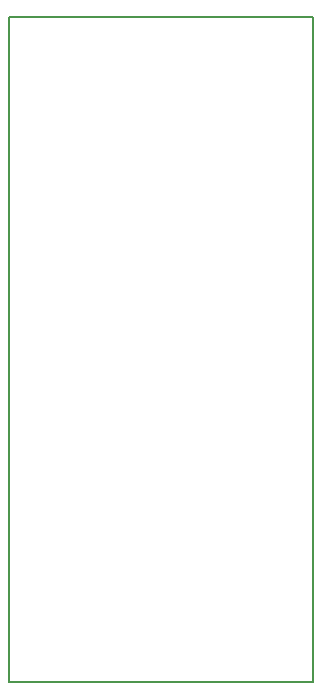
<source format=gko>
%TF.GenerationSoftware,KiCad,Pcbnew,4.0.7*%
%TF.CreationDate,2017-11-16T22:09:06+08:00*%
%TF.ProjectId,nixie_tube,6E697869655F747562652E6B69636164,rev?*%
%TF.FileFunction,Profile,NP*%
%FSLAX46Y46*%
G04 Gerber Fmt 4.6, Leading zero omitted, Abs format (unit mm)*
G04 Created by KiCad (PCBNEW 4.0.7) date 11/16/17 22:09:06*
%MOMM*%
%LPD*%
G01*
G04 APERTURE LIST*
%ADD10C,0.100000*%
%ADD11C,0.150000*%
G04 APERTURE END LIST*
D10*
D11*
X25750000Y-56300000D02*
X0Y-56300000D01*
X25750000Y-54700000D02*
X25750000Y-56300000D01*
X25750000Y-54700000D02*
X25750000Y-51700000D01*
X0Y-56300000D02*
X0Y-51700000D01*
X23250000Y0D02*
X25750000Y0D01*
X25750000Y-47700000D02*
X25750000Y-51700000D01*
X0Y-47700000D02*
X0Y-51700000D01*
X23250000Y0D02*
X0Y0D01*
X25750000Y-47700000D02*
X25750000Y0D01*
X0Y0D02*
X0Y-47700000D01*
M02*

</source>
